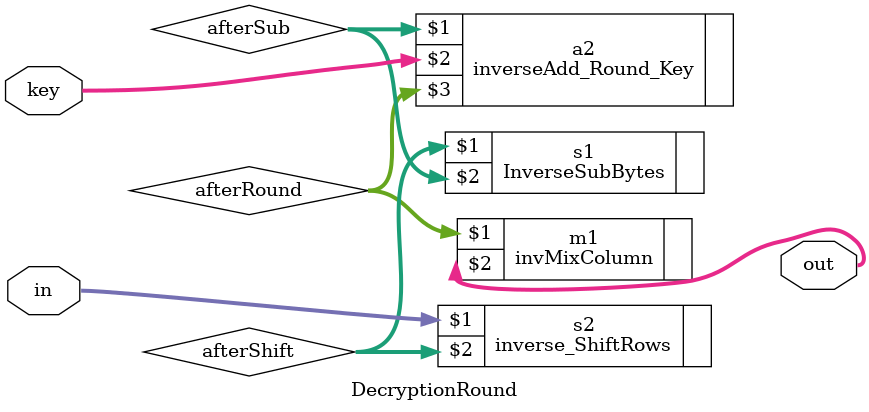
<source format=v>
module DecryptionRound #(parameter NK=4,NR=NK+6)(in,key,out);

input[0:127] in;
input [0:127] key;
output [0:127]out;

wire [0:127] afterSub;
wire [0:127] afterShift;

wire [0:127] afterRound;
inverse_ShiftRows s2(in,afterShift);
InverseSubBytes s1(afterShift,afterSub);
inverseAdd_Round_Key a2(afterSub,key,afterRound);
invMixColumn m1(afterRound,out);

endmodule

</source>
